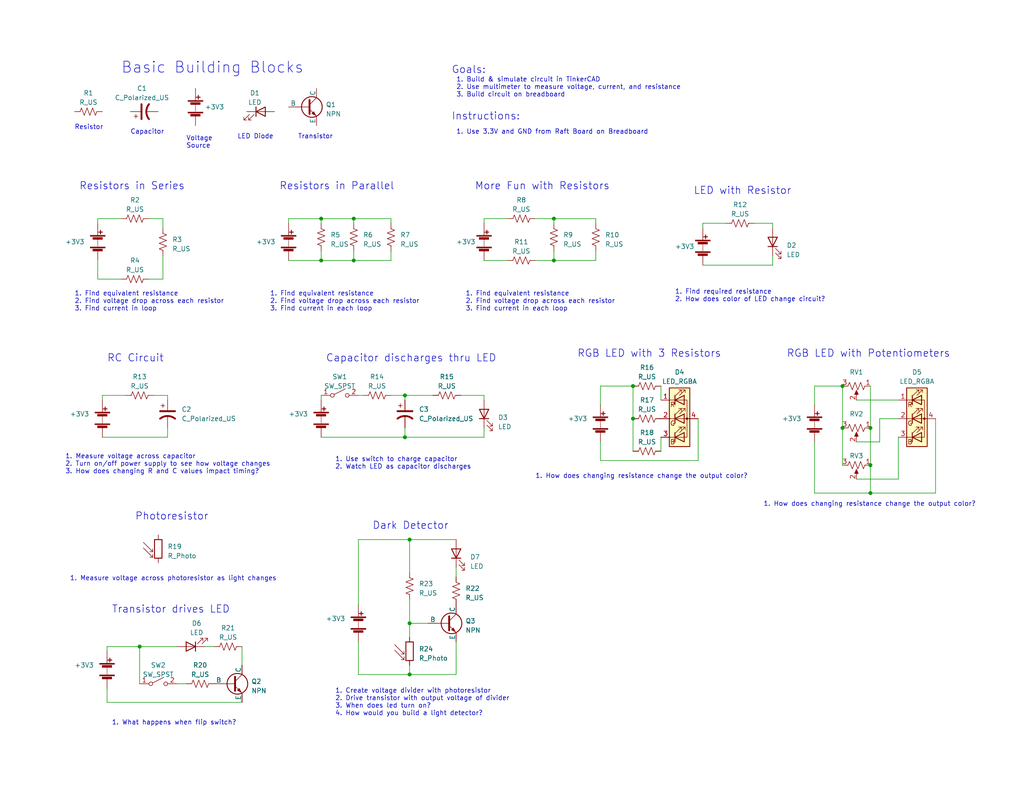
<source format=kicad_sch>
(kicad_sch (version 20230121) (generator eeschema)
  (paper "USLetter")
  (title_block (title "Hardware Crash Course") (date "2023-08-01") (rev "0.1") (company "Robotics Crash Course ~ Summer STEM") (comment 1 "Made by Jeannette:)"))
  (lib_symbols
    (symbol "Device:Battery" (pin_numbers hide) (pin_names (offset 0) hide)
      (property "Reference" "BT" (at 2.54 2.54 0))
      (property "Value" "Battery" (at 2.54 0 0))
      (symbol "Battery_0_1"
        (rectangle (start -2.032 -1.397) (end 2.032 -1.651) (fill (type outline)))
        (rectangle (start -2.032 1.778) (end 2.032 1.524) (fill (type outline)))
        (rectangle (start -1.3208 -1.9812) (end 1.27 -2.4892) (fill (type outline)))
        (rectangle (start -1.3208 1.1938) (end 1.27 0.6858) (fill (type outline)))
        (polyline (pts (xy 0 -1.524) (xy 0 -1.27)))
        (polyline (pts (xy 0 -1.016) (xy 0 -0.762)))
        (polyline (pts (xy 0 -0.508) (xy 0 -0.254)))
        (polyline (pts (xy 0 0) (xy 0 0.254)))
        (polyline (pts (xy 0 0.508) (xy 0 0.762)))
        (polyline (pts (xy 0 1.778) (xy 0 2.54)))
        (polyline (pts (xy 0.254 2.667) (xy 1.27 2.667)) (stroke (width 0.254)))
        (polyline (pts (xy 0.762 3.175) (xy 0.762 2.159)) (stroke (width 0.254)))
      )
      (symbol "Battery_1_1"
        (pin passive line (at 0 5.08 270) (length 2.54) (name "+") (number "1"))
        (pin passive line (at 0 -5.08 90) (length 2.54) (name "-") (number "2"))
      )
    )
    (symbol "Device:C_Polarized_US" (pin_numbers hide) (pin_names (offset 0.254) hide)
      (property "Reference" "C" (at 0.635 2.54 0))
      (property "Value" "C_Polarized_US" (at 0.635 -2.54 0))
      (symbol "C_Polarized_US_0_1"
        (polyline (pts (xy -2.032 0.762) (xy 2.032 0.762)) (stroke (width 0.508)))
        (polyline (pts (xy -1.778 2.286) (xy -0.762 2.286)))
        (polyline (pts (xy -1.27 1.778) (xy -1.27 2.794)))
        (arc (start 2.032 -1.27) (mid 0 -0.5572) (end -2.032 -1.27) (stroke (width 0.508)))
      )
      (symbol "C_Polarized_US_1_1"
        (pin passive line (at 0 3.81 270) (length 2.794) (name "~") (number "1"))
        (pin passive line (at 0 -3.81 90) (length 3.302) (name "~") (number "2"))
      )
    )
    (symbol "Device:LED" (pin_numbers hide) (pin_names (offset 1.016) hide)
      (property "Reference" "D" (at 0 2.54 0))
      (property "Value" "LED" (at 0 -2.54 0))
      (symbol "LED_0_1"
        (polyline (pts (xy -1.27 -1.27) (xy -1.27 1.27)) (stroke (width 0.254)))
        (polyline (pts (xy -1.27 0) (xy 1.27 0)))
        (polyline (pts (xy 1.27 -1.27) (xy 1.27 1.27) (xy -1.27 0) (xy 1.27 -1.27)) (stroke (width 0.254)))
        (polyline (pts (xy -3.048 -0.762) (xy -4.572 -2.286) (xy -3.81 -2.286) (xy -4.572 -2.286) (xy -4.572 -1.524)))
        (polyline (pts (xy -1.778 -0.762) (xy -3.302 -2.286) (xy -2.54 -2.286) (xy -3.302 -2.286) (xy -3.302 -1.524)))
      )
      (symbol "LED_1_1"
        (pin passive line (at -3.81 0 0) (length 2.54) (name "K") (number "1"))
        (pin passive line (at 3.81 0 180) (length 2.54) (name "A") (number "2"))
      )
    )
    (symbol "Device:LED_RGBA" (pin_names (offset 0) hide)
      (property "Reference" "D" (at 0 9.398 0))
      (property "Value" "LED_RGBA" (at 0 -8.89 0))
      (symbol "LED_RGBA_0_0"
        (text "B" (at -1.905 -6.35 0) (effects (font (size 1.27 1.27))))
        (text "G" (at -1.905 -1.27 0) (effects (font (size 1.27 1.27))))
        (text "R" (at -1.905 3.81 0) (effects (font (size 1.27 1.27))))
      )
      (symbol "LED_RGBA_0_1"
        (polyline (pts (xy -1.27 -5.08) (xy -2.54 -5.08)))
        (polyline (pts (xy -1.27 -5.08) (xy 1.27 -5.08)))
        (polyline (pts (xy -1.27 -3.81) (xy -1.27 -6.35)) (stroke (width 0.254)))
        (polyline (pts (xy -1.27 0) (xy -2.54 0)))
        (polyline (pts (xy -1.27 1.27) (xy -1.27 -1.27)) (stroke (width 0.254)))
        (polyline (pts (xy -1.27 5.08) (xy -2.54 5.08)))
        (polyline (pts (xy -1.27 5.08) (xy 1.27 5.08)))
        (polyline (pts (xy -1.27 6.35) (xy -1.27 3.81)) (stroke (width 0.254)))
        (polyline (pts (xy 1.27 0) (xy -1.27 0)))
        (polyline (pts (xy 1.27 0) (xy 2.54 0)))
        (polyline (pts (xy -1.27 1.27) (xy -1.27 -1.27) (xy -1.27 -1.27)))
        (polyline (pts (xy -1.27 6.35) (xy -1.27 3.81) (xy -1.27 3.81)))
        (polyline (pts (xy 1.27 -5.08) (xy 2.032 -5.08) (xy 2.032 5.08) (xy 1.27 5.08)))
        (polyline (pts (xy 1.27 -3.81) (xy 1.27 -6.35) (xy -1.27 -5.08) (xy 1.27 -3.81)) (stroke (width 0.254)))
        (polyline (pts (xy 1.27 1.27) (xy 1.27 -1.27) (xy -1.27 0) (xy 1.27 1.27)) (stroke (width 0.254)))
        (polyline (pts (xy 1.27 6.35) (xy 1.27 3.81) (xy -1.27 5.08) (xy 1.27 6.35)) (stroke (width 0.254)))
        (polyline (pts (xy -1.016 -3.81) (xy 0.508 -2.286) (xy -0.254 -2.286) (xy 0.508 -2.286) (xy 0.508 -3.048)))
        (polyline (pts (xy -1.016 1.27) (xy 0.508 2.794) (xy -0.254 2.794) (xy 0.508 2.794) (xy 0.508 2.032)))
        (polyline (pts (xy -1.016 6.35) (xy 0.508 7.874) (xy -0.254 7.874) (xy 0.508 7.874) (xy 0.508 7.112)))
        (polyline (pts (xy 0 -3.81) (xy 1.524 -2.286) (xy 0.762 -2.286) (xy 1.524 -2.286) (xy 1.524 -3.048)))
        (polyline (pts (xy 0 1.27) (xy 1.524 2.794) (xy 0.762 2.794) (xy 1.524 2.794) (xy 1.524 2.032)))
        (polyline (pts (xy 0 6.35) (xy 1.524 7.874) (xy 0.762 7.874) (xy 1.524 7.874) (xy 1.524 7.112)))
        (rectangle (start 1.27 -1.27) (end 1.27 1.27))
        (rectangle (start 1.27 1.27) (end 1.27 1.27))
        (rectangle (start 1.27 3.81) (end 1.27 6.35))
        (rectangle (start 1.27 6.35) (end 1.27 6.35))
        (circle (center 2.032 0) (radius 0.254) (fill (type outline)))
        (rectangle (start 2.794 8.382) (end -2.794 -7.62) (stroke (width 0.254)) (fill (type background)))
      )
      (symbol "LED_RGBA_1_1"
        (pin passive line (at -5.08 5.08 0) (length 2.54) (name "RK") (number "1"))
        (pin passive line (at -5.08 0 0) (length 2.54) (name "GK") (number "2"))
        (pin passive line (at -5.08 -5.08 0) (length 2.54) (name "BK") (number "3"))
        (pin passive line (at 5.08 0 180) (length 2.54) (name "A") (number "4"))
      )
    )
    (symbol "Device:R_Photo" (pin_numbers hide) (pin_names (offset 0))
      (property "Reference" "R" (at 1.27 1.27 0))
      (property "Value" "R_Photo" (at 1.27 0 0))
      (symbol "R_Photo_0_1"
        (rectangle (start -1.016 2.54) (end 1.016 -2.54) (stroke (width 0.254)))
        (polyline (pts (xy -1.524 -2.286) (xy -4.064 0.254)))
        (polyline (pts (xy -1.524 -2.286) (xy -2.286 -2.286)))
        (polyline (pts (xy -1.524 -2.286) (xy -1.524 -1.524)))
        (polyline (pts (xy -1.524 -0.762) (xy -4.064 1.778)))
        (polyline (pts (xy -1.524 -0.762) (xy -2.286 -0.762)))
        (polyline (pts (xy -1.524 -0.762) (xy -1.524 0)))
      )
      (symbol "R_Photo_1_1"
        (pin passive line (at 0 3.81 270) (length 1.27) (name "~") (number "1"))
        (pin passive line (at 0 -3.81 90) (length 1.27) (name "~") (number "2"))
      )
    )
    (symbol "Device:R_Potentiometer_US" (pin_names (offset 1.016) hide)
      (property "Reference" "RV" (at -4.445 0 90))
      (property "Value" "R_Potentiometer_US" (at -2.54 0 90))
      (symbol "R_Potentiometer_US_0_1"
        (polyline (pts (xy 0 -2.286) (xy 0 -2.54)))
        (polyline (pts (xy 0 2.54) (xy 0 2.286)))
        (polyline (pts (xy 2.54 0) (xy 1.524 0)))
        (polyline (pts (xy 1.143 0) (xy 2.286 0.508) (xy 2.286 -0.508) (xy 1.143 0)) (fill (type outline)))
        (polyline (pts (xy 0 -0.762) (xy 1.016 -1.143) (xy 0 -1.524) (xy -1.016 -1.905) (xy 0 -2.286)))
        (polyline (pts (xy 0 0.762) (xy 1.016 0.381) (xy 0 0) (xy -1.016 -0.381) (xy 0 -0.762)))
        (polyline (pts (xy 0 2.286) (xy 1.016 1.905) (xy 0 1.524) (xy -1.016 1.143) (xy 0 0.762)))
      )
      (symbol "R_Potentiometer_US_1_1"
        (pin passive line (at 0 3.81 270) (length 1.27) (name "1") (number "1"))
        (pin passive line (at 3.81 0 180) (length 1.27) (name "2") (number "2"))
        (pin passive line (at 0 -3.81 90) (length 1.27) (name "3") (number "3"))
      )
    )
    (symbol "Device:R_US" (pin_numbers hide) (pin_names (offset 0))
      (property "Reference" "R" (at 2.54 0 90))
      (property "Value" "R_US" (at -2.54 0 90))
      (symbol "R_US_0_1"
        (polyline (pts (xy 0 -2.286) (xy 0 -2.54)))
        (polyline (pts (xy 0 2.286) (xy 0 2.54)))
        (polyline (pts (xy 0 -0.762) (xy 1.016 -1.143) (xy 0 -1.524) (xy -1.016 -1.905) (xy 0 -2.286)))
        (polyline (pts (xy 0 0.762) (xy 1.016 0.381) (xy 0 0) (xy -1.016 -0.381) (xy 0 -0.762)))
        (polyline (pts (xy 0 2.286) (xy 1.016 1.905) (xy 0 1.524) (xy -1.016 1.143) (xy 0 0.762)))
      )
      (symbol "R_US_1_1"
        (pin passive line (at 0 3.81 270) (length 1.27) (name "~") (number "1"))
        (pin passive line (at 0 -3.81 90) (length 1.27) (name "~") (number "2"))
      )
    )
    (symbol "Simulation_SPICE:NPN" (pin_numbers hide) (pin_names (offset 0))
      (property "Reference" "Q" (at -2.54 7.62 0))
      (property "Value" "NPN" (at -2.54 5.08 0))
      (symbol "NPN_0_1"
        (polyline (pts (xy -2.54 0) (xy 0.635 0)) (stroke (width 0.1524)))
        (polyline (pts (xy 0.635 0.635) (xy 2.54 2.54)))
        (polyline (pts (xy 2.794 -1.27) (xy 2.794 -1.27)) (stroke (width 0.1524)))
        (polyline (pts (xy 2.794 -1.27) (xy 2.794 -1.27)) (stroke (width 0.1524)))
        (polyline (pts (xy 0.635 -0.635) (xy 2.54 -2.54) (xy 2.54 -2.54)))
        (polyline (pts (xy 0.635 1.905) (xy 0.635 -1.905) (xy 0.635 -1.905)) (stroke (width 0.508)))
        (polyline (pts (xy 1.27 -1.778) (xy 1.778 -1.27) (xy 2.286 -2.286) (xy 1.27 -1.778) (xy 1.27 -1.778)) (fill (type outline)))
        (circle (center 1.27 0) (radius 2.8194) (stroke (width 0.254)))
      )
      (symbol "NPN_1_1"
        (pin open_collector line (at 2.54 5.08 270) (length 2.54) (name "C") (number "1"))
        (pin input line (at -5.08 0 0) (length 2.54) (name "B") (number "2"))
        (pin open_emitter line (at 2.54 -5.08 90) (length 2.54) (name "E") (number "3"))
      )
    )
    (symbol "Switch:SW_SPST" (pin_names (offset 0) hide)
      (property "Reference" "SW" (at 0 3.175 0))
      (property "Value" "SW_SPST" (at 0 -2.54 0))
      (symbol "SW_SPST_0_0"
        (circle (center -2.032 0) (radius 0.508))
        (polyline (pts (xy -1.524 0.254) (xy 1.524 1.778)))
        (circle (center 2.032 0) (radius 0.508))
      )
      (symbol "SW_SPST_1_1"
        (pin passive line (at -5.08 0 0) (length 2.54) (name "A") (number "1"))
        (pin passive line (at 5.08 0 180) (length 2.54) (name "B") (number "2"))
      )
    )
  )
  (junction (at 87.63 59.69))
  (junction (at 110.49 107.95))
  (junction (at 87.63 71.12))
  (junction (at 96.52 59.69))
  (junction (at 229.87 105.41))
  (junction (at 229.87 116.84))
  (junction (at 38.1 176.53))
  (junction (at 151.13 59.69))
  (junction (at 151.13 71.12))
  (junction (at 172.72 114.3))
  (junction (at 237.49 116.84))
  (junction (at 237.49 127))
  (junction (at 111.76 184.15))
  (junction (at 111.76 147.32))
  (junction (at 110.49 119.38))
  (junction (at 96.52 71.12))
  (junction (at 172.72 105.41))
  (junction (at 237.49 134.62))
  (junction (at 111.76 170.18))
  (wire (pts (xy 191.77 60.96) (xy 198.12 60.96)))
  (wire (pts (xy 240.03 114.3) (xy 245.11 114.3)))
  (wire (pts (xy 38.1 176.53) (xy 48.26 176.53)))
  (wire (pts (xy 222.25 105.41) (xy 229.87 105.41)))
  (wire (pts (xy 180.34 105.41) (xy 180.34 109.22)))
  (wire (pts (xy 96.52 68.58) (xy 96.52 71.12)))
  (wire (pts (xy 96.52 71.12) (xy 106.68 71.12)))
  (wire (pts (xy 237.49 134.62) (xy 255.27 134.62)))
  (wire (pts (xy 40.64 76.2) (xy 44.45 76.2)))
  (wire (pts (xy 237.49 116.84) (xy 237.49 127)))
  (wire (pts (xy 45.72 109.22) (xy 45.72 107.95)))
  (wire (pts (xy 163.83 125.73) (xy 190.5 125.73)))
  (wire (pts (xy 29.21 176.53) (xy 38.1 176.53)))
  (wire (pts (xy 163.83 105.41) (xy 172.72 105.41)))
  (wire (pts (xy 233.68 109.22) (xy 245.11 109.22)))
  (wire (pts (xy 27.94 107.95) (xy 27.94 109.22)))
  (wire (pts (xy 97.79 147.32) (xy 97.79 165.1)))
  (wire (pts (xy 106.68 71.12) (xy 106.68 68.58)))
  (wire (pts (xy 210.82 72.39) (xy 210.82 69.85)))
  (wire (pts (xy 110.49 116.84) (xy 110.49 119.38)))
  (wire (pts (xy 151.13 68.58) (xy 151.13 71.12)))
  (wire (pts (xy 162.56 68.58) (xy 162.56 71.12)))
  (wire (pts (xy 240.03 120.65) (xy 240.03 114.3)))
  (wire (pts (xy 96.52 59.69) (xy 96.52 60.96)))
  (wire (pts (xy 78.74 59.69) (xy 87.63 59.69)))
  (wire (pts (xy 132.08 71.12) (xy 138.43 71.12)))
  (wire (pts (xy 110.49 109.22) (xy 110.49 107.95)))
  (wire (pts (xy 229.87 105.41) (xy 229.87 116.84)))
  (wire (pts (xy 132.08 59.69) (xy 132.08 60.96)))
  (wire (pts (xy 96.52 59.69) (xy 106.68 59.69)))
  (wire (pts (xy 78.74 71.12) (xy 87.63 71.12)))
  (wire (pts (xy 87.63 119.38) (xy 110.49 119.38)))
  (wire (pts (xy 151.13 59.69) (xy 162.56 59.69)))
  (wire (pts (xy 48.26 186.69) (xy 50.8 186.69)))
  (wire (pts (xy 222.25 134.62) (xy 237.49 134.62)))
  (wire (pts (xy 27.94 119.38) (xy 45.72 119.38)))
  (wire (pts (xy 233.68 130.81) (xy 245.11 130.81)))
  (wire (pts (xy 55.88 176.53) (xy 58.42 176.53)))
  (wire (pts (xy 44.45 76.2) (xy 44.45 69.85)))
  (wire (pts (xy 111.76 147.32) (xy 111.76 156.21)))
  (wire (pts (xy 111.76 163.83) (xy 111.76 170.18)))
  (wire (pts (xy 29.21 176.53) (xy 29.21 177.8)))
  (wire (pts (xy 163.83 120.65) (xy 163.83 125.73)))
  (wire (pts (xy 245.11 130.81) (xy 245.11 119.38)))
  (wire (pts (xy 163.83 110.49) (xy 163.83 105.41)))
  (wire (pts (xy 97.79 147.32) (xy 111.76 147.32)))
  (wire (pts (xy 172.72 114.3) (xy 172.72 123.19)))
  (wire (pts (xy 111.76 147.32) (xy 124.46 147.32)))
  (wire (pts (xy 151.13 59.69) (xy 151.13 60.96)))
  (wire (pts (xy 180.34 123.19) (xy 180.34 119.38)))
  (wire (pts (xy 237.49 127) (xy 237.49 134.62)))
  (wire (pts (xy 111.76 170.18) (xy 116.84 170.18)))
  (wire (pts (xy 111.76 184.15) (xy 97.79 184.15)))
  (wire (pts (xy 87.63 107.95) (xy 87.63 109.22)))
  (wire (pts (xy 97.79 107.95) (xy 99.06 107.95)))
  (wire (pts (xy 146.05 59.69) (xy 151.13 59.69)))
  (wire (pts (xy 45.72 107.95) (xy 41.91 107.95)))
  (wire (pts (xy 124.46 175.26) (xy 124.46 184.15)))
  (wire (pts (xy 110.49 119.38) (xy 132.08 119.38)))
  (wire (pts (xy 78.74 59.69) (xy 78.74 60.96)))
  (wire (pts (xy 222.25 120.65) (xy 222.25 134.62)))
  (wire (pts (xy 110.49 107.95) (xy 106.68 107.95)))
  (wire (pts (xy 26.67 59.69) (xy 26.67 60.96)))
  (wire (pts (xy 237.49 105.41) (xy 237.49 116.84)))
  (wire (pts (xy 162.56 59.69) (xy 162.56 60.96)))
  (wire (pts (xy 124.46 184.15) (xy 111.76 184.15)))
  (wire (pts (xy 97.79 184.15) (xy 97.79 175.26)))
  (wire (pts (xy 172.72 105.41) (xy 172.72 114.3)))
  (wire (pts (xy 162.56 71.12) (xy 151.13 71.12)))
  (wire (pts (xy 111.76 181.61) (xy 111.76 184.15)))
  (wire (pts (xy 26.67 76.2) (xy 33.02 76.2)))
  (wire (pts (xy 44.45 62.23) (xy 44.45 59.69)))
  (wire (pts (xy 210.82 60.96) (xy 205.74 60.96)))
  (wire (pts (xy 132.08 107.95) (xy 125.73 107.95)))
  (wire (pts (xy 106.68 59.69) (xy 106.68 60.96)))
  (wire (pts (xy 190.5 114.3) (xy 190.5 125.73)))
  (wire (pts (xy 110.49 107.95) (xy 118.11 107.95)))
  (wire (pts (xy 132.08 109.22) (xy 132.08 107.95)))
  (wire (pts (xy 87.63 59.69) (xy 96.52 59.69)))
  (wire (pts (xy 87.63 59.69) (xy 87.63 60.96)))
  (wire (pts (xy 229.87 116.84) (xy 229.87 127)))
  (wire (pts (xy 191.77 72.39) (xy 210.82 72.39)))
  (wire (pts (xy 87.63 68.58) (xy 87.63 71.12)))
  (wire (pts (xy 222.25 110.49) (xy 222.25 105.41)))
  (wire (pts (xy 34.29 107.95) (xy 27.94 107.95)))
  (wire (pts (xy 124.46 154.94) (xy 124.46 157.48)))
  (wire (pts (xy 26.67 71.12) (xy 26.67 76.2)))
  (wire (pts (xy 44.45 59.69) (xy 40.64 59.69)))
  (wire (pts (xy 45.72 119.38) (xy 45.72 116.84)))
  (wire (pts (xy 132.08 59.69) (xy 138.43 59.69)))
  (wire (pts (xy 33.02 59.69) (xy 26.67 59.69)))
  (wire (pts (xy 233.68 120.65) (xy 240.03 120.65)))
  (wire (pts (xy 191.77 60.96) (xy 191.77 62.23)))
  (wire (pts (xy 87.63 71.12) (xy 96.52 71.12)))
  (wire (pts (xy 29.21 191.77) (xy 66.04 191.77)))
  (wire (pts (xy 38.1 176.53) (xy 38.1 186.69)))
  (wire (pts (xy 255.27 134.62) (xy 255.27 114.3)))
  (wire (pts (xy 111.76 170.18) (xy 111.76 173.99)))
  (wire (pts (xy 210.82 62.23) (xy 210.82 60.96)))
  (wire (pts (xy 151.13 71.12) (xy 146.05 71.12)))
  (wire (pts (xy 132.08 119.38) (xy 132.08 116.84)))
  (wire (pts (xy 66.04 176.53) (xy 66.04 181.61)))
  (wire (pts (xy 29.21 187.96) (xy 29.21 191.77)))
  (text "1. How does changing resistance change the output color?" (at 146.05 130.81 0) (effects (font (size 1.27 1.27)) (justify left bottom)))
  (text "Basic Building Blocks" (at 33.02 20.32 0) (effects (font (size 3 3)) (justify left bottom)))
  (text "Resistors in Parallel" (at 76.2 52.07 0) (effects (font (size 2 2)) (justify left bottom)))
  (text "Resistor" (at 20.32 35.56 0) (effects (font (size 1.27 1.27)) (justify left bottom)))
  (text "Capacitor" (at 35.56 36.83 0) (effects (font (size 1.27 1.27)) (justify left bottom)))
  (text "RC Circuit" (at 29.21 99.06 0) (effects (font (size 2 2)) (justify left bottom)))
  (text "Voltage\nSource" (at 50.8 40.64 0) (effects (font (size 1.27 1.27)) (justify left bottom)))
  (text "Resistors in Series" (at 21.59 52.07 0) (effects (font (size 2 2)) (justify left bottom)))
  (text "1. Create voltage divider with photoresistor\n2. Drive transistor with output voltage of divider\n3. When does led turn on?\n4. How would you build a light detector?" (at 91.44 195.58 0) (effects (font (size 1.27 1.27)) (justify left bottom)))
  (text "Goals:" (at 123.19 20.32 0) (effects (font (size 2 2)) (justify left bottom)))
  (text "1. Use 3.3V and GND from Raft Board on Breadboard" (at 124.46 36.83 0) (effects (font (size 1.27 1.27)) (justify left bottom)))
  (text "Transistor" (at 81.28 38.1 0) (effects (font (size 1.27 1.27)) (justify left bottom)))
  (text "Instructions:" (at 123.19 33.02 0) (effects (font (size 2 2)) (justify left bottom)))
  (text "Dark Detector" (at 101.6 144.78 0) (effects (font (size 2 2)) (justify left bottom)))
  (text "1. Build & simulate circuit in TinkerCAD\n2. Use multimeter to measure voltage, current, and resistance \n3. Build circuit on breadboard" (at 124.46 26.67 0) (effects (font (size 1.27 1.27)) (justify left bottom)))
  (text "1. Find equivalent resistance\n2. Find voltage drop across each resistor\n3. Find current in each loop" (at 127 85.09 0) (effects (font (size 1.27 1.27)) (justify left bottom)))
  (text "LED with Resistor" (at 189.23 53.34 0) (effects (font (size 2 2)) (justify left bottom)))
  (text "1. Measure voltage across photoresistor as light changes" (at 19.05 158.75 0) (effects (font (size 1.27 1.27)) (justify left bottom)))
  (text "1. How does changing resistance change the output color?" (at 208.28 138.43 0) (effects (font (size 1.27 1.27)) (justify left bottom)))
  (text "1. Find equivalent resistance\n2. Find voltage drop across each resistor\n3. Find current in each loop" (at 73.66 85.09 0) (effects (font (size 1.27 1.27)) (justify left bottom)))
  (text "1. Find required resistance\n2. How does color of LED change circuit?" (at 184.15 82.55 0) (effects (font (size 1.27 1.27)) (justify left bottom)))
  (text "More Fun with Resistors" (at 129.54 52.07 0) (effects (font (size 2 2)) (justify left bottom)))
  (text "1. What happens when flip switch?" (at 30.48 198.12 0) (effects (font (size 1.27 1.27)) (justify left bottom)))
  (text "LED Diode" (at 64.77 38.1 0) (effects (font (size 1.27 1.27)) (justify left bottom)))
  (text "RGB LED with Potentiometers" (at 214.63 97.79 0) (effects (font (size 2 2)) (justify left bottom)))
  (text "RGB LED with 3 Resistors" (at 157.48 97.79 0) (effects (font (size 2 2)) (justify left bottom)))
  (text "1. Measure voltage across capacitor\n2. Turn on/off power supply to see how voltage changes\n3. How does changing R and C values impact timing?" (at 17.78 129.54 0) (effects (font (size 1.27 1.27)) (justify left bottom)))
  (text "1. Use switch to charge capacitor\n2. Watch LED as capacitor discharges" (at 91.44 128.27 0) (effects (font (size 1.27 1.27)) (justify left bottom)))
  (text "Photoresistor" (at 36.83 142.24 0) (effects (font (size 2 2)) (justify left bottom)))
  (text "Capacitor discharges thru LED" (at 88.9 99.06 0) (effects (font (size 2 2)) (justify left bottom)))
  (text "1. Find equivalent resistance\n2. Find voltage drop across each resistor\n3. Find current in loop" (at 20.32 85.09 0) (effects (font (size 1.27 1.27)) (justify left bottom)))
  (text "Transistor drives LED" (at 30.48 167.64 0) (effects (font (size 2 2)) (justify left bottom)))
  (symbol (lib_id "Device:Battery") (at 53.34 29.21 0) (unit 1)
    (property "Reference" "BT1" (effects hide))
    (property "Value" "+3V3" (at 55.88 29.21 0) (effects (justify left)))
  )
  (symbol (lib_id "Device:R_Photo") (at 43.18 149.86 0) (unit 1)
    (property "Reference" "R19" (at 45.72 149.225 0) (effects (justify left)))
    (property "Value" "R_Photo" (at 45.72 151.765 0) (effects (justify left)))
  )
  (symbol (lib_id "Device:R_US") (at 38.1 107.95 90) (unit 1)
    (property "Reference" "R13" (at 38.1 102.87 90))
    (property "Value" "R_US" (at 38.1 105.41 90))
  )
  (symbol (lib_id "Device:R_US") (at 151.13 64.77 180) (unit 1)
    (property "Reference" "R9" (at 153.67 64.135 0) (effects (justify right)))
    (property "Value" "R_US" (at 153.67 66.675 0) (effects (justify right)))
  )
  (symbol (lib_id "Simulation_SPICE:NPN") (at 83.82 29.21 0) (unit 1)
    (property "Reference" "Q1" (at 88.9 28.575 0) (effects (justify left)))
    (property "Value" "NPN" (at 88.9 31.115 0) (effects (justify left)))
    (property "Sim.Device" "NPN" (effects hide))
    (property "Sim.Type" "GUMMELPOON" (effects hide))
    (property "Sim.Pins" "1=C 2=B 3=E" (effects hide))
  )
  (symbol (lib_id "Device:R_US") (at 162.56 64.77 180) (unit 1)
    (property "Reference" "R10" (at 165.1 64.135 0) (effects (justify right)))
    (property "Value" "R_US" (at 165.1 66.675 0) (effects (justify right)))
  )
  (symbol (lib_id "Device:Battery") (at 78.74 66.04 0) (unit 1)
    (property "Reference" "+3V3" (at 69.85 66.04 0) (effects (justify left)))
    (property "Value" "Battery" (effects hide))
  )
  (symbol (lib_id "Device:R_US") (at 96.52 64.77 0) (unit 1)
    (property "Reference" "R6" (at 99.06 64.135 0) (effects (justify left)))
    (property "Value" "R_US" (at 99.06 66.675 0) (effects (justify left)))
  )
  (symbol (lib_id "Device:R_US") (at 44.45 66.04 0) (unit 1)
    (property "Reference" "R3" (at 46.99 65.405 0) (effects (justify left)))
    (property "Value" "R_US" (at 46.99 67.945 0) (effects (justify left)))
  )
  (symbol (lib_id "Device:R_US") (at 36.83 76.2 90) (unit 1)
    (property "Reference" "R4" (at 36.83 71.12 90))
    (property "Value" "R_US" (at 36.83 73.66 90))
  )
  (symbol (lib_id "Device:Battery") (at 163.83 115.57 0) (unit 1)
    (property "Reference" "+3V3" (at 154.94 114.3 0) (effects (justify left)))
    (property "Value" "Battery" (effects hide))
  )
  (symbol (lib_id "Device:Battery") (at 29.21 182.88 0) (unit 1)
    (property "Reference" "+3V3" (at 20.32 181.61 0) (effects (justify left)))
    (property "Value" "Battery" (effects hide))
  )
  (symbol (lib_id "Switch:SW_SPST") (at 43.18 186.69 0) (unit 1)
    (property "Reference" "SW2" (at 43.18 181.61 0))
    (property "Value" "SW_SPST" (at 43.18 184.15 0))
  )
  (symbol (lib_id "Device:LED_RGBA") (at 185.42 114.3 0) (unit 1)
    (property "Reference" "D4" (at 185.42 101.6 0))
    (property "Value" "LED_RGBA" (at 185.42 104.14 0))
  )
  (symbol (lib_id "Simulation_SPICE:NPN") (at 121.92 170.18 0) (unit 1)
    (property "Reference" "Q3" (at 127 169.545 0) (effects (justify left)))
    (property "Value" "NPN" (at 127 172.085 0) (effects (justify left)))
    (property "Sim.Device" "NPN" (effects hide))
    (property "Sim.Type" "GUMMELPOON" (effects hide))
    (property "Sim.Pins" "1=C 2=B 3=E" (effects hide))
  )
  (symbol (lib_id "Device:R_US") (at 106.68 64.77 0) (unit 1)
    (property "Reference" "R7" (at 109.22 64.135 0) (effects (justify left)))
    (property "Value" "R_US" (at 109.22 66.675 0) (effects (justify left)))
  )
  (symbol (lib_id "Device:LED") (at 71.12 30.48 0) (unit 1)
    (property "Reference" "D1" (at 69.5325 25.4 0))
    (property "Value" "LED" (at 69.5325 27.94 0))
  )
  (symbol (lib_id "Device:R_US") (at 176.53 105.41 90) (unit 1)
    (property "Reference" "R16" (at 176.53 100.33 90))
    (property "Value" "R_US" (at 176.53 102.87 90))
  )
  (symbol (lib_id "Simulation_SPICE:NPN") (at 63.5 186.69 0) (unit 1)
    (property "Reference" "Q2" (at 68.58 186.055 0) (effects (justify left)))
    (property "Value" "NPN" (at 68.58 188.595 0) (effects (justify left)))
    (property "Sim.Device" "NPN" (effects hide))
    (property "Sim.Type" "GUMMELPOON" (effects hide))
    (property "Sim.Pins" "1=C 2=B 3=E" (effects hide))
  )
  (symbol (lib_id "Device:R_Potentiometer_US") (at 233.68 105.41 270) (unit 1)
    (property "Reference" "RV1" (at 233.68 101.6 90))
    (property "Value" "R_Potentiometer_US" (effects hide))
  )
  (symbol (lib_id "Device:R_US") (at 36.83 59.69 90) (unit 1)
    (property "Reference" "R2" (at 36.83 54.61 90))
    (property "Value" "R_US" (at 36.83 57.15 90))
  )
  (symbol (lib_id "Device:R_US") (at 176.53 114.3 90) (unit 1)
    (property "Reference" "R17" (at 176.53 109.22 90))
    (property "Value" "R_US" (at 176.53 111.76 90))
  )
  (symbol (lib_id "Device:C_Polarized_US") (at 110.49 113.03 0) (unit 1)
    (property "Reference" "C3" (at 114.3 111.76 0) (effects (justify left)))
    (property "Value" "C_Polarized_US" (at 114.3 114.3 0) (effects (justify left)))
  )
  (symbol (lib_id "Device:LED_RGBA") (at 250.19 114.3 0) (unit 1)
    (property "Reference" "D5" (at 250.19 101.6 0))
    (property "Value" "LED_RGBA" (at 250.19 104.14 0))
  )
  (symbol (lib_id "Device:R_US") (at 201.93 60.96 90) (unit 1)
    (property "Reference" "R12" (at 201.93 55.88 90))
    (property "Value" "R_US" (at 201.93 58.42 90))
  )
  (symbol (lib_id "Device:Battery") (at 132.08 66.04 0) (unit 1)
    (property "Reference" "+3V3" (at 124.46 66.04 0) (effects (justify left)))
    (property "Value" "Battery" (effects hide))
  )
  (symbol (lib_id "Device:R_US") (at 102.87 107.95 90) (unit 1)
    (property "Reference" "R14" (at 102.87 102.87 90))
    (property "Value" "R_US" (at 102.87 105.41 90))
  )
  (symbol (lib_id "Device:R_Potentiometer_US") (at 233.68 116.84 270) (unit 1)
    (property "Reference" "RV2" (at 233.68 113.03 90))
    (property "Value" "R_Potentiometer_US" (effects hide))
  )
  (symbol (lib_id "Device:R_US") (at 121.92 107.95 90) (unit 1)
    (property "Reference" "R15" (at 121.92 102.87 90))
    (property "Value" "R_US" (at 121.92 105.41 90))
  )
  (symbol (lib_id "Device:R_US") (at 142.24 59.69 90) (unit 1)
    (property "Reference" "R8" (at 142.24 54.61 90))
    (property "Value" "R_US" (at 142.24 57.15 90))
  )
  (symbol (lib_id "Device:R_US") (at 24.13 30.48 90) (unit 1)
    (property "Reference" "R1" (at 24.13 25.4 90))
    (property "Value" "R_US" (at 24.13 27.94 90))
  )
  (symbol (lib_id "Device:Battery") (at 97.79 170.18 0) (unit 1)
    (property "Reference" "+3V3" (at 88.9 168.91 0) (effects (justify left)))
    (property "Value" "Battery" (effects hide))
  )
  (symbol (lib_id "Switch:SW_SPST") (at 92.71 107.95 0) (unit 1)
    (property "Reference" "SW1" (at 92.71 102.87 0))
    (property "Value" "SW_SPST" (at 92.71 105.41 0))
  )
  (symbol (lib_id "Device:Battery") (at 222.25 115.57 0) (unit 1)
    (property "Reference" "+3V3" (at 213.36 114.3 0) (effects (justify left)))
    (property "Value" "Battery" (effects hide))
  )
  (symbol (lib_id "Device:LED") (at 124.46 151.13 90) (unit 1)
    (property "Reference" "D7" (at 128.27 152.0825 90) (effects (justify right)))
    (property "Value" "LED" (at 128.27 154.6225 90) (effects (justify right)))
  )
  (symbol (lib_id "Device:R_US") (at 111.76 160.02 180) (unit 1)
    (property "Reference" "R23" (at 114.3 159.385 0) (effects (justify right)))
    (property "Value" "R_US" (at 114.3 161.925 0) (effects (justify right)))
  )
  (symbol (lib_id "Device:C_Polarized_US") (at 39.37 30.48 90) (unit 1)
    (property "Reference" "C1" (at 38.735 24.13 90))
    (property "Value" "C_Polarized_US" (at 38.735 26.67 90))
  )
  (symbol (lib_id "Device:R_US") (at 87.63 64.77 0) (unit 1)
    (property "Reference" "R5" (at 90.17 64.135 0) (effects (justify left)))
    (property "Value" "R_US" (at 90.17 66.675 0) (effects (justify left)))
  )
  (symbol (lib_id "Device:R_US") (at 124.46 161.29 180) (unit 1)
    (property "Reference" "R22" (at 127 160.655 0) (effects (justify right)))
    (property "Value" "R_US" (at 127 163.195 0) (effects (justify right)))
  )
  (symbol (lib_id "Device:LED") (at 210.82 66.04 90) (unit 1)
    (property "Reference" "D2" (at 214.63 66.9925 90) (effects (justify right)))
    (property "Value" "LED" (at 214.63 69.5325 90) (effects (justify right)))
  )
  (symbol (lib_id "Device:Battery") (at 87.63 114.3 0) (unit 1)
    (property "Reference" "+3V3" (at 78.74 113.03 0) (effects (justify left)))
    (property "Value" "Battery" (effects hide))
  )
  (symbol (lib_id "Device:Battery") (at 26.67 66.04 0) (unit 1)
    (property "Reference" "+3V3" (at 17.78 66.04 0) (effects (justify left)))
    (property "Value" "Battery" (effects hide))
  )
  (symbol (lib_id "Device:R_Potentiometer_US") (at 233.68 127 270) (unit 1)
    (property "Reference" "RV3" (at 233.68 124.46 90))
    (property "Value" "R_Potentiometer_US" (effects hide))
  )
  (symbol (lib_id "Device:R_US") (at 62.23 176.53 90) (unit 1)
    (property "Reference" "R21" (at 62.23 171.45 90))
    (property "Value" "R_US" (at 62.23 173.99 90))
  )
  (symbol (lib_id "Device:Battery") (at 191.77 67.31 0) (unit 1)
    (property "Reference" "+3V3" (at 184.15 67.31 0) (effects (justify left)))
    (property "Value" "Battery" (effects hide))
  )
  (symbol (lib_id "Device:R_US") (at 176.53 123.19 90) (unit 1)
    (property "Reference" "R18" (at 176.53 118.11 90))
    (property "Value" "R_US" (at 176.53 120.65 90))
  )
  (symbol (lib_id "Device:LED") (at 52.07 176.53 180) (unit 1)
    (property "Reference" "D6" (at 53.6575 170.18 0))
    (property "Value" "LED" (at 53.6575 172.72 0))
  )
  (symbol (lib_id "Device:Battery") (at 27.94 114.3 0) (unit 1)
    (property "Reference" "+3V3" (at 19.05 113.03 0) (effects (justify left)))
    (property "Value" "Battery" (effects hide))
  )
  (symbol (lib_id "Device:R_Photo") (at 111.76 177.8 0) (unit 1)
    (property "Reference" "R24" (at 114.3 177.165 0) (effects (justify left)))
    (property "Value" "R_Photo" (at 114.3 179.705 0) (effects (justify left)))
  )
  (symbol (lib_id "Device:C_Polarized_US") (at 45.72 113.03 0) (unit 1)
    (property "Reference" "C2" (at 49.53 111.76 0) (effects (justify left)))
    (property "Value" "C_Polarized_US" (at 49.53 114.3 0) (effects (justify left)))
  )
  (symbol (lib_id "Device:R_US") (at 142.24 71.12 90) (unit 1)
    (property "Reference" "R11" (at 142.24 66.04 90))
    (property "Value" "R_US" (at 142.24 68.58 90))
  )
  (symbol (lib_id "Device:R_US") (at 54.61 186.69 90) (unit 1)
    (property "Reference" "R20" (at 54.61 181.61 90))
    (property "Value" "R_US" (at 54.61 184.15 90))
  )
  (symbol (lib_id "Device:LED") (at 132.08 113.03 90) (unit 1)
    (property "Reference" "D3" (at 135.89 113.9825 90) (effects (justify right)))
    (property "Value" "LED" (at 135.89 116.5225 90) (effects (justify right)))
  )
)
</source>
